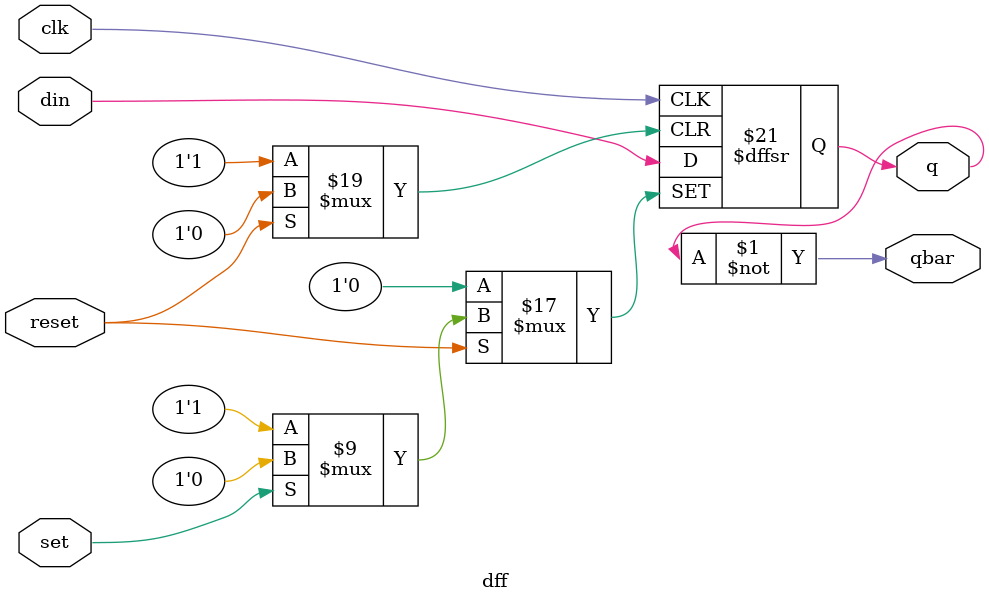
<source format=v>
module dff (q, qbar, din, set, reset, clk);
    input din, set, reset, clk;
    output q, qbar;
    reg q;

    assign qbar = ~q;

    always @(posedge clk or negedge reset or negedge set)
    begin
        if (reset == 0)
            q <= 0;
        else if (set == 0)
            q <= 1;
        else 
            q <= din;
    end
endmodule

</source>
